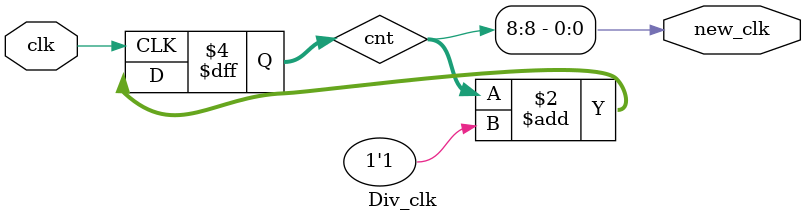
<source format=v>
`timescale 1ns / 1ps
module Div_clk(
    input clk,
    output new_clk
    );
    
    reg [11:0] cnt;
    initial cnt = 0;
    
    always@(posedge clk) begin
        cnt <= cnt + 1'b1; 
    end
    
    assign new_clk = cnt[8]; // ïðè çàëèâêå ïîñòàâèòü cnt[11]
endmodule

</source>
